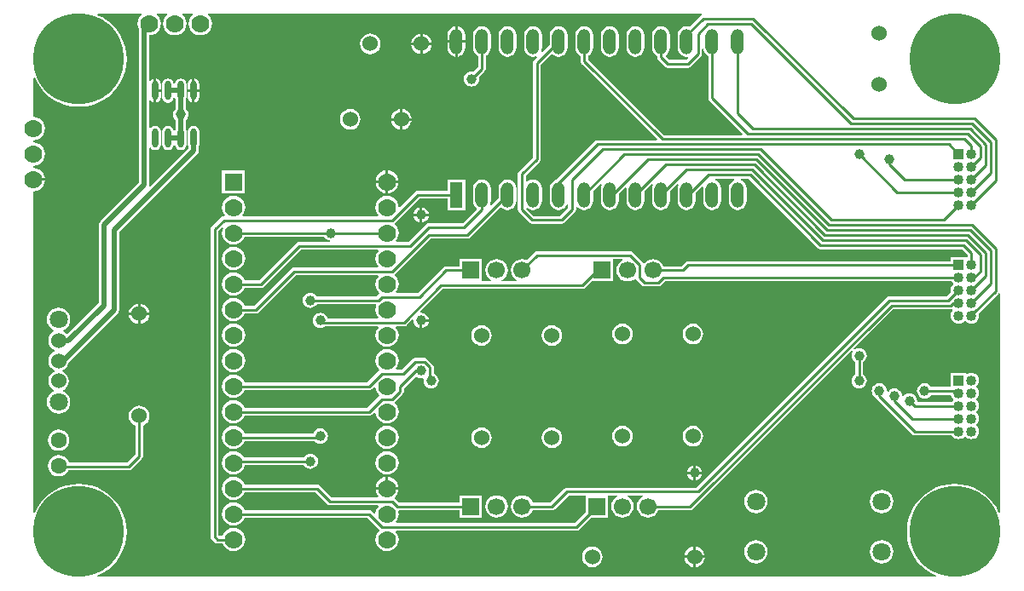
<source format=gtl>
G04 Layer_Physical_Order=1*
G04 Layer_Color=25308*
%FSLAX43Y43*%
%MOMM*%
G71*
G01*
G75*
%ADD10O,0.600X1.900*%
%ADD11C,0.254*%
%ADD12C,0.250*%
%ADD13C,0.500*%
%ADD14C,0.260*%
%ADD15C,1.524*%
%ADD16C,1.700*%
%ADD17R,1.700X1.700*%
%ADD18C,1.800*%
%ADD19R,1.016X1.016*%
%ADD20C,1.016*%
%ADD21R,1.270X2.540*%
%ADD22O,1.270X2.540*%
%ADD23C,1.778*%
%ADD24R,1.778X1.778*%
%ADD25C,9.000*%
%ADD26C,1.600*%
%ADD27C,1.000*%
G36*
X68362Y57884D02*
X68360Y57873D01*
X68237Y57791D01*
X67159Y56713D01*
X67092Y56741D01*
X66860Y56772D01*
X66628Y56741D01*
X66412Y56652D01*
X66226Y56509D01*
X66083Y56323D01*
X65994Y56107D01*
X65963Y55875D01*
Y54605D01*
X65994Y54373D01*
X66083Y54157D01*
X66226Y53971D01*
X66412Y53828D01*
X66628Y53739D01*
X66860Y53708D01*
X66992Y53726D01*
X67052Y53605D01*
X66838Y53392D01*
X65162D01*
X64830Y53724D01*
X64846Y53888D01*
X64954Y53971D01*
X65097Y54157D01*
X65186Y54373D01*
X65217Y54605D01*
Y55875D01*
X65186Y56107D01*
X65097Y56323D01*
X64954Y56509D01*
X64768Y56652D01*
X64552Y56741D01*
X64320Y56772D01*
X64088Y56741D01*
X63872Y56652D01*
X63686Y56509D01*
X63543Y56323D01*
X63454Y56107D01*
X63423Y55875D01*
Y54605D01*
X63454Y54373D01*
X63543Y54157D01*
X63686Y53971D01*
X63872Y53828D01*
X63928Y53805D01*
Y53680D01*
X63928Y53680D01*
X63958Y53530D01*
X64043Y53403D01*
X64723Y52723D01*
X64723Y52723D01*
X64850Y52638D01*
X65000Y52608D01*
X65000Y52608D01*
X67000D01*
X67000Y52608D01*
X67150Y52638D01*
X67277Y52723D01*
X68277Y53723D01*
X68277Y53723D01*
X68362Y53850D01*
X68392Y54000D01*
Y54481D01*
X68519Y54490D01*
X68534Y54373D01*
X68623Y54157D01*
X68766Y53971D01*
X68952Y53828D01*
X69008Y53805D01*
Y49600D01*
X69008Y49600D01*
X69038Y49450D01*
X69123Y49323D01*
X72416Y46030D01*
X72368Y45913D01*
X64641D01*
X57092Y53462D01*
Y53805D01*
X57148Y53828D01*
X57334Y53971D01*
X57477Y54157D01*
X57566Y54373D01*
X57597Y54605D01*
Y55875D01*
X57566Y56107D01*
X57477Y56323D01*
X57334Y56509D01*
X57148Y56652D01*
X56932Y56741D01*
X56700Y56772D01*
X56468Y56741D01*
X56252Y56652D01*
X56066Y56509D01*
X55923Y56323D01*
X55834Y56107D01*
X55803Y55875D01*
Y54605D01*
X55834Y54373D01*
X55923Y54157D01*
X56066Y53971D01*
X56252Y53828D01*
X56308Y53805D01*
Y53300D01*
X56308Y53300D01*
X56338Y53150D01*
X56423Y53023D01*
X63931Y45516D01*
X63882Y45398D01*
X58012D01*
X57864Y45369D01*
X57739Y45285D01*
X53959Y41505D01*
X53928Y41501D01*
X53712Y41412D01*
X53526Y41269D01*
X53383Y41083D01*
X53294Y40867D01*
X53263Y40635D01*
Y39365D01*
X53294Y39133D01*
X53383Y38917D01*
X53526Y38731D01*
X53712Y38588D01*
X53928Y38499D01*
X54160Y38468D01*
X54392Y38499D01*
X54608Y38588D01*
X54794Y38731D01*
X54937Y38917D01*
X54987Y39037D01*
X55114Y39012D01*
Y38663D01*
X54339Y37888D01*
X51661D01*
X50954Y38595D01*
X51038Y38691D01*
X51172Y38588D01*
X51388Y38499D01*
X51620Y38468D01*
X51852Y38499D01*
X52068Y38588D01*
X52254Y38731D01*
X52397Y38917D01*
X52486Y39133D01*
X52517Y39365D01*
Y40635D01*
X52486Y40867D01*
X52397Y41083D01*
X52254Y41269D01*
X52068Y41412D01*
X51852Y41501D01*
X51620Y41532D01*
X51388Y41501D01*
X51172Y41412D01*
X51015Y41292D01*
X50888Y41335D01*
Y41905D01*
X52275Y43292D01*
X52359Y43418D01*
X52388Y43566D01*
Y52919D01*
X53446Y53976D01*
X53526Y53971D01*
X53712Y53828D01*
X53928Y53739D01*
X54160Y53708D01*
X54392Y53739D01*
X54608Y53828D01*
X54794Y53971D01*
X54937Y54157D01*
X55026Y54373D01*
X55057Y54605D01*
Y55875D01*
X55026Y56107D01*
X54937Y56323D01*
X54794Y56509D01*
X54608Y56652D01*
X54392Y56741D01*
X54160Y56772D01*
X53928Y56741D01*
X53712Y56652D01*
X53526Y56509D01*
X53383Y56323D01*
X53294Y56107D01*
X53263Y55875D01*
Y54893D01*
X52539Y54168D01*
X52431Y54240D01*
X52486Y54373D01*
X52517Y54605D01*
Y55875D01*
X52486Y56107D01*
X52397Y56323D01*
X52254Y56509D01*
X52068Y56652D01*
X51852Y56741D01*
X51620Y56772D01*
X51388Y56741D01*
X51172Y56652D01*
X50986Y56509D01*
X50843Y56323D01*
X50754Y56107D01*
X50723Y55875D01*
Y54605D01*
X50754Y54373D01*
X50843Y54157D01*
X50986Y53971D01*
X51172Y53828D01*
X51388Y53739D01*
X51620Y53708D01*
X51852Y53739D01*
X51985Y53794D01*
X52057Y53686D01*
X51725Y53355D01*
X51641Y53229D01*
X51612Y53080D01*
Y43727D01*
X50225Y42341D01*
X50141Y42215D01*
X50112Y42066D01*
Y38500D01*
X50141Y38351D01*
X50225Y38225D01*
X51225Y37225D01*
X51351Y37141D01*
X51500Y37112D01*
X54500D01*
X54649Y37141D01*
X54775Y37225D01*
X55775Y38225D01*
X55859Y38351D01*
X55888Y38500D01*
X55886Y38510D01*
Y38756D01*
X56013Y38799D01*
X56066Y38731D01*
X56252Y38588D01*
X56468Y38499D01*
X56700Y38468D01*
X56932Y38499D01*
X57148Y38588D01*
X57334Y38731D01*
X57477Y38917D01*
X57566Y39133D01*
X57597Y39365D01*
Y40350D01*
X58323Y41077D01*
X58431Y41005D01*
X58374Y40867D01*
X58343Y40635D01*
Y39365D01*
X58374Y39133D01*
X58463Y38917D01*
X58606Y38731D01*
X58792Y38588D01*
X59008Y38499D01*
X59240Y38468D01*
X59472Y38499D01*
X59688Y38588D01*
X59874Y38731D01*
X60017Y38917D01*
X60106Y39133D01*
X60137Y39365D01*
Y40090D01*
X60766Y40720D01*
X60887Y40661D01*
X60883Y40635D01*
Y39365D01*
X60914Y39133D01*
X61003Y38917D01*
X61146Y38731D01*
X61332Y38588D01*
X61548Y38499D01*
X61780Y38468D01*
X62012Y38499D01*
X62228Y38588D01*
X62414Y38731D01*
X62557Y38917D01*
X62646Y39133D01*
X62677Y39365D01*
Y40347D01*
X63401Y41072D01*
X63509Y41000D01*
X63454Y40867D01*
X63423Y40635D01*
Y39365D01*
X63454Y39133D01*
X63543Y38917D01*
X63686Y38731D01*
X63872Y38588D01*
X64088Y38499D01*
X64320Y38468D01*
X64552Y38499D01*
X64768Y38588D01*
X64954Y38731D01*
X65097Y38917D01*
X65186Y39133D01*
X65217Y39365D01*
Y40347D01*
X65941Y41072D01*
X66049Y41000D01*
X65994Y40867D01*
X65963Y40635D01*
Y39365D01*
X65994Y39133D01*
X66083Y38917D01*
X66226Y38731D01*
X66412Y38588D01*
X66628Y38499D01*
X66860Y38468D01*
X67092Y38499D01*
X67308Y38588D01*
X67494Y38731D01*
X67637Y38917D01*
X67726Y39133D01*
X67757Y39365D01*
Y40186D01*
X68401Y40830D01*
X68521Y40771D01*
X68503Y40635D01*
Y39365D01*
X68534Y39133D01*
X68623Y38917D01*
X68766Y38731D01*
X68952Y38588D01*
X69168Y38499D01*
X69400Y38468D01*
X69632Y38499D01*
X69848Y38588D01*
X70034Y38731D01*
X70177Y38917D01*
X70266Y39133D01*
X70297Y39365D01*
Y40635D01*
X70266Y40867D01*
X70177Y41083D01*
X70034Y41269D01*
X69848Y41412D01*
X69715Y41467D01*
X69741Y41594D01*
X71599D01*
X71625Y41467D01*
X71492Y41412D01*
X71306Y41269D01*
X71163Y41083D01*
X71074Y40867D01*
X71043Y40635D01*
Y39365D01*
X71074Y39133D01*
X71163Y38917D01*
X71306Y38731D01*
X71492Y38588D01*
X71708Y38499D01*
X71940Y38468D01*
X72172Y38499D01*
X72388Y38588D01*
X72574Y38731D01*
X72717Y38917D01*
X72806Y39133D01*
X72837Y39365D01*
Y40635D01*
X72806Y40867D01*
X72717Y41083D01*
X72574Y41269D01*
X72388Y41412D01*
X72255Y41467D01*
X72281Y41594D01*
X72998D01*
X79888Y34703D01*
X79888Y34703D01*
X79972Y34647D01*
X80014Y34619D01*
X80162Y34590D01*
X80162Y34590D01*
X94214D01*
X94749Y34055D01*
Y33815D01*
X94627Y33802D01*
X94627Y33802D01*
X94627Y33802D01*
X93103D01*
Y33386D01*
X67000D01*
X66852Y33357D01*
X66727Y33273D01*
X66340Y32886D01*
X64575D01*
X64504Y33057D01*
X64327Y33287D01*
X64097Y33464D01*
X63828Y33576D01*
X63540Y33614D01*
X63252Y33576D01*
X62983Y33464D01*
X62753Y33287D01*
X62695Y33212D01*
X62542Y33222D01*
X62502Y33282D01*
X61511Y34273D01*
X61386Y34357D01*
X61238Y34386D01*
X52040D01*
X51892Y34357D01*
X51767Y34273D01*
X50999Y33505D01*
X50828Y33576D01*
X50540Y33614D01*
X50252Y33576D01*
X49983Y33464D01*
X49753Y33287D01*
X49576Y33057D01*
X49464Y32788D01*
X49426Y32500D01*
X49464Y32212D01*
X49576Y31943D01*
X49753Y31713D01*
X49983Y31536D01*
X50037Y31513D01*
X50012Y31386D01*
X48528D01*
X48503Y31513D01*
X48557Y31536D01*
X48787Y31713D01*
X48964Y31943D01*
X49076Y32212D01*
X49114Y32500D01*
X49076Y32788D01*
X48964Y33057D01*
X48787Y33287D01*
X48557Y33464D01*
X48288Y33576D01*
X48000Y33614D01*
X47712Y33576D01*
X47443Y33464D01*
X47213Y33287D01*
X47036Y33057D01*
X46924Y32788D01*
X46886Y32500D01*
X46924Y32212D01*
X47036Y31943D01*
X47213Y31713D01*
X47443Y31536D01*
X47497Y31513D01*
X47472Y31386D01*
X46687D01*
X46564Y31396D01*
Y33604D01*
X44356D01*
Y32886D01*
X43010D01*
X43000Y32888D01*
X42851Y32859D01*
X42725Y32775D01*
X40189Y30238D01*
X38044D01*
X37982Y30365D01*
X38118Y30544D01*
X38234Y30822D01*
X38273Y31120D01*
X38234Y31418D01*
X38118Y31696D01*
X37935Y31935D01*
X37889Y31970D01*
X37894Y32097D01*
X37921Y32115D01*
X41417Y35612D01*
X45080D01*
X45229Y35641D01*
X45355Y35725D01*
X45361Y35734D01*
X48363Y38736D01*
X48446Y38731D01*
X48632Y38588D01*
X48848Y38499D01*
X49080Y38468D01*
X49312Y38499D01*
X49528Y38588D01*
X49714Y38731D01*
X49857Y38917D01*
X49946Y39133D01*
X49977Y39365D01*
Y40635D01*
X49946Y40867D01*
X49857Y41083D01*
X49714Y41269D01*
X49528Y41412D01*
X49312Y41501D01*
X49080Y41532D01*
X48848Y41501D01*
X48632Y41412D01*
X48446Y41269D01*
X48303Y41083D01*
X48214Y40867D01*
X48183Y40635D01*
Y39650D01*
X47457Y38923D01*
X47349Y38995D01*
X47406Y39133D01*
X47437Y39365D01*
Y40635D01*
X47406Y40867D01*
X47317Y41083D01*
X47174Y41269D01*
X46988Y41412D01*
X46772Y41501D01*
X46540Y41532D01*
X46308Y41501D01*
X46092Y41412D01*
X45906Y41269D01*
X45763Y41083D01*
X45674Y40867D01*
X45643Y40635D01*
Y39365D01*
X45674Y39133D01*
X45763Y38917D01*
X45906Y38731D01*
X45987Y38669D01*
X45995Y38542D01*
X44626Y37172D01*
X41284D01*
X41135Y37143D01*
X41009Y37059D01*
X39269Y35318D01*
X38044D01*
X37982Y35445D01*
X38118Y35624D01*
X38234Y35902D01*
X38273Y36200D01*
X38234Y36498D01*
X38118Y36776D01*
X37935Y37015D01*
X37889Y37050D01*
X37894Y37177D01*
X37921Y37195D01*
X40337Y39612D01*
X43111D01*
Y38476D01*
X44889D01*
Y41524D01*
X43111D01*
Y40388D01*
X40176D01*
X40052Y40364D01*
X40027Y40359D01*
X39901Y40275D01*
X38397Y38770D01*
X38263Y38816D01*
X38234Y39038D01*
X38118Y39316D01*
X37935Y39555D01*
X37696Y39738D01*
X37418Y39854D01*
X37120Y39893D01*
X36822Y39854D01*
X36544Y39738D01*
X36305Y39555D01*
X36122Y39316D01*
X36006Y39038D01*
X35967Y38740D01*
X36006Y38442D01*
X36122Y38164D01*
X36258Y37985D01*
X36196Y37858D01*
X22804D01*
X22742Y37985D01*
X22878Y38164D01*
X22994Y38442D01*
X23033Y38740D01*
X22994Y39038D01*
X22878Y39316D01*
X22695Y39555D01*
X22456Y39738D01*
X22178Y39854D01*
X21880Y39893D01*
X21582Y39854D01*
X21304Y39738D01*
X21065Y39555D01*
X20882Y39316D01*
X20766Y39038D01*
X20727Y38740D01*
X20766Y38442D01*
X20882Y38164D01*
X21018Y37985D01*
X20956Y37858D01*
X20921D01*
X20772Y37829D01*
X20646Y37745D01*
X19725Y36824D01*
X19641Y36698D01*
X19612Y36549D01*
Y6000D01*
X19641Y5851D01*
X19725Y5725D01*
X20005Y5445D01*
X20131Y5361D01*
X20280Y5332D01*
X20804D01*
X20882Y5144D01*
X21065Y4905D01*
X21304Y4722D01*
X21582Y4606D01*
X21880Y4567D01*
X22178Y4606D01*
X22456Y4722D01*
X22695Y4905D01*
X22878Y5144D01*
X22994Y5422D01*
X23033Y5720D01*
X22994Y6018D01*
X22878Y6296D01*
X22695Y6535D01*
X22456Y6718D01*
X22178Y6834D01*
X21880Y6873D01*
X21582Y6834D01*
X21304Y6718D01*
X21065Y6535D01*
X20882Y6296D01*
X20804Y6108D01*
X20441D01*
X20388Y6161D01*
Y36388D01*
X20721Y36721D01*
X20829Y36649D01*
X20766Y36498D01*
X20727Y36200D01*
X20766Y35902D01*
X20882Y35624D01*
X21065Y35385D01*
X21304Y35202D01*
X21582Y35086D01*
X21880Y35047D01*
X22178Y35086D01*
X22456Y35202D01*
X22695Y35385D01*
X22878Y35624D01*
X22956Y35812D01*
X30848D01*
X30962Y35662D01*
X31120Y35541D01*
X31303Y35465D01*
X31455Y35445D01*
X31446Y35318D01*
X28430D01*
X28281Y35289D01*
X28155Y35205D01*
X24459Y31508D01*
X22956D01*
X22878Y31696D01*
X22695Y31935D01*
X22456Y32118D01*
X22178Y32234D01*
X21880Y32273D01*
X21582Y32234D01*
X21304Y32118D01*
X21065Y31935D01*
X20882Y31696D01*
X20766Y31418D01*
X20727Y31120D01*
X20766Y30822D01*
X20882Y30544D01*
X21065Y30305D01*
X21304Y30122D01*
X21582Y30006D01*
X21880Y29967D01*
X22178Y30006D01*
X22456Y30122D01*
X22695Y30305D01*
X22878Y30544D01*
X22956Y30732D01*
X24620D01*
X24769Y30761D01*
X24895Y30845D01*
X28591Y34542D01*
X36196D01*
X36258Y34415D01*
X36122Y34236D01*
X36006Y33958D01*
X35967Y33660D01*
X36006Y33362D01*
X36122Y33084D01*
X36258Y32905D01*
X36196Y32778D01*
X27890D01*
X27741Y32749D01*
X27615Y32665D01*
X23919Y28968D01*
X22956D01*
X22878Y29156D01*
X22695Y29395D01*
X22456Y29578D01*
X22178Y29694D01*
X21880Y29733D01*
X21582Y29694D01*
X21304Y29578D01*
X21065Y29395D01*
X20882Y29156D01*
X20766Y28878D01*
X20727Y28580D01*
X20766Y28282D01*
X20882Y28004D01*
X21065Y27765D01*
X21304Y27582D01*
X21582Y27466D01*
X21880Y27427D01*
X22178Y27466D01*
X22456Y27582D01*
X22695Y27765D01*
X22878Y28004D01*
X22956Y28192D01*
X24080D01*
X24229Y28221D01*
X24355Y28305D01*
X28051Y32002D01*
X36196D01*
X36258Y31875D01*
X36122Y31696D01*
X36006Y31418D01*
X35967Y31120D01*
X36006Y30822D01*
X36122Y30544D01*
X36305Y30305D01*
X36351Y30270D01*
X36346Y30143D01*
X36319Y30125D01*
X36083Y29888D01*
X30152D01*
X30038Y30038D01*
X29880Y30159D01*
X29697Y30235D01*
X29500Y30261D01*
X29303Y30235D01*
X29120Y30159D01*
X28962Y30038D01*
X28841Y29880D01*
X28765Y29697D01*
X28739Y29500D01*
X28765Y29303D01*
X28841Y29120D01*
X28962Y28962D01*
X29120Y28841D01*
X29303Y28765D01*
X29500Y28739D01*
X29697Y28765D01*
X29880Y28841D01*
X30038Y28962D01*
X30152Y29112D01*
X35989D01*
X36059Y29006D01*
X36006Y28878D01*
X35967Y28580D01*
X36006Y28282D01*
X36122Y28004D01*
X36258Y27825D01*
X36196Y27698D01*
X31234D01*
X31159Y27880D01*
X31038Y28038D01*
X30880Y28159D01*
X30697Y28235D01*
X30500Y28261D01*
X30303Y28235D01*
X30120Y28159D01*
X29962Y28038D01*
X29841Y27880D01*
X29765Y27697D01*
X29740Y27500D01*
X29765Y27303D01*
X29841Y27120D01*
X29962Y26962D01*
X30120Y26841D01*
X30303Y26765D01*
X30500Y26739D01*
X30697Y26765D01*
X30880Y26841D01*
X30985Y26922D01*
X36196D01*
X36258Y26795D01*
X36122Y26616D01*
X36006Y26338D01*
X35967Y26040D01*
X36006Y25742D01*
X36122Y25464D01*
X36305Y25225D01*
X36544Y25042D01*
X36822Y24926D01*
X37120Y24887D01*
X37418Y24926D01*
X37696Y25042D01*
X37935Y25225D01*
X38118Y25464D01*
X38234Y25742D01*
X38273Y26040D01*
X38234Y26338D01*
X38118Y26616D01*
X37982Y26795D01*
X38044Y26922D01*
X38810D01*
X38959Y26951D01*
X39085Y27035D01*
X39621Y27571D01*
X39741Y27512D01*
X39739Y27500D01*
X39765Y27303D01*
X39841Y27120D01*
X39962Y26962D01*
X40120Y26841D01*
X40303Y26765D01*
X40373Y26756D01*
Y27500D01*
X40500D01*
Y27627D01*
X41244D01*
X41235Y27697D01*
X41159Y27880D01*
X41038Y28038D01*
X40880Y28159D01*
X40697Y28235D01*
X40500Y28261D01*
X40488Y28259D01*
X40429Y28379D01*
X42663Y30614D01*
X56500D01*
X56648Y30643D01*
X56773Y30727D01*
X57442Y31396D01*
X59564D01*
Y33487D01*
X59564Y33604D01*
X59687Y33614D01*
X60472D01*
X60497Y33487D01*
X60443Y33464D01*
X60213Y33287D01*
X60036Y33057D01*
X59924Y32788D01*
X59886Y32500D01*
X59924Y32212D01*
X60036Y31943D01*
X60213Y31713D01*
X60443Y31536D01*
X60712Y31424D01*
X61000Y31386D01*
X61288Y31424D01*
X61557Y31536D01*
X61733Y31671D01*
X61872Y31624D01*
X61872Y31623D01*
X61956Y31498D01*
X62456Y30998D01*
X62456Y30998D01*
X62540Y30942D01*
X62581Y30914D01*
X62729Y30885D01*
X62729Y30885D01*
X64049D01*
X64197Y30914D01*
X64322Y30998D01*
X64709Y31385D01*
X93200D01*
X93322Y31227D01*
X93358Y31198D01*
Y31072D01*
X93322Y31043D01*
X93199Y30884D01*
X93123Y30699D01*
X93096Y30500D01*
X93122Y30304D01*
X92705Y29886D01*
X87000D01*
X86852Y29857D01*
X86727Y29773D01*
X67840Y10886D01*
X55000D01*
X54852Y10857D01*
X54727Y10773D01*
X53340Y9386D01*
X51575D01*
X51504Y9557D01*
X51327Y9787D01*
X51097Y9964D01*
X50828Y10076D01*
X50540Y10114D01*
X50252Y10076D01*
X49983Y9964D01*
X49753Y9787D01*
X49576Y9557D01*
X49464Y9288D01*
X49426Y9000D01*
X49464Y8712D01*
X49576Y8443D01*
X49753Y8213D01*
X49983Y8036D01*
X50252Y7924D01*
X50540Y7886D01*
X50828Y7924D01*
X51097Y8036D01*
X51327Y8213D01*
X51504Y8443D01*
X51575Y8614D01*
X53500D01*
X53648Y8643D01*
X53773Y8727D01*
X55160Y10114D01*
X56733D01*
X56856Y10104D01*
X56856Y9987D01*
Y8442D01*
X55792Y7378D01*
X38044D01*
X37982Y7505D01*
X38118Y7684D01*
X38234Y7962D01*
X38273Y8260D01*
X38243Y8485D01*
X38338Y8612D01*
X44356D01*
Y7896D01*
X46564D01*
Y10104D01*
X44356D01*
Y9388D01*
X38337D01*
X37921Y9805D01*
X37894Y9823D01*
X37889Y9950D01*
X37935Y9985D01*
X38118Y10224D01*
X38234Y10502D01*
X38256Y10673D01*
X35984D01*
X36006Y10502D01*
X36122Y10224D01*
X36258Y10045D01*
X36196Y9918D01*
X31631D01*
X30475Y11075D01*
X30349Y11159D01*
X30200Y11188D01*
X22956D01*
X22878Y11376D01*
X22695Y11615D01*
X22456Y11798D01*
X22178Y11914D01*
X21880Y11953D01*
X21582Y11914D01*
X21304Y11798D01*
X21065Y11615D01*
X20882Y11376D01*
X20766Y11098D01*
X20727Y10800D01*
X20766Y10502D01*
X20882Y10224D01*
X21065Y9985D01*
X21304Y9802D01*
X21582Y9686D01*
X21880Y9647D01*
X22178Y9686D01*
X22456Y9802D01*
X22695Y9985D01*
X22878Y10224D01*
X22956Y10412D01*
X30039D01*
X31195Y9255D01*
X31321Y9171D01*
X31470Y9142D01*
X36196D01*
X36258Y9015D01*
X36122Y8836D01*
X36006Y8558D01*
X35977Y8336D01*
X35843Y8290D01*
X35599Y8535D01*
X35473Y8619D01*
X35324Y8648D01*
X22956D01*
X22878Y8836D01*
X22695Y9075D01*
X22456Y9258D01*
X22178Y9374D01*
X21880Y9413D01*
X21582Y9374D01*
X21304Y9258D01*
X21065Y9075D01*
X20882Y8836D01*
X20766Y8558D01*
X20727Y8260D01*
X20766Y7962D01*
X20882Y7684D01*
X21065Y7445D01*
X21304Y7262D01*
X21582Y7146D01*
X21880Y7107D01*
X22178Y7146D01*
X22456Y7262D01*
X22695Y7445D01*
X22878Y7684D01*
X22956Y7872D01*
X35163D01*
X36319Y6715D01*
X36346Y6697D01*
X36351Y6570D01*
X36305Y6535D01*
X36122Y6296D01*
X36006Y6018D01*
X35967Y5720D01*
X36006Y5422D01*
X36122Y5144D01*
X36305Y4905D01*
X36544Y4722D01*
X36822Y4606D01*
X37120Y4567D01*
X37418Y4606D01*
X37696Y4722D01*
X37935Y4905D01*
X38118Y5144D01*
X38234Y5422D01*
X38273Y5720D01*
X38234Y6018D01*
X38118Y6296D01*
X37982Y6475D01*
X38044Y6602D01*
X55950D01*
X56099Y6631D01*
X56225Y6715D01*
X56230Y6724D01*
X57402Y7896D01*
X59064D01*
Y9987D01*
X59064Y10104D01*
X59187Y10114D01*
X59972D01*
X59997Y9987D01*
X59943Y9964D01*
X59713Y9787D01*
X59536Y9557D01*
X59424Y9288D01*
X59386Y9000D01*
X59424Y8712D01*
X59536Y8443D01*
X59713Y8213D01*
X59943Y8036D01*
X60212Y7924D01*
X60500Y7886D01*
X60788Y7924D01*
X61057Y8036D01*
X61287Y8213D01*
X61464Y8443D01*
X61576Y8712D01*
X61614Y9000D01*
X61576Y9288D01*
X61464Y9557D01*
X61287Y9787D01*
X61057Y9964D01*
X61003Y9987D01*
X61028Y10114D01*
X62512D01*
X62537Y9987D01*
X62483Y9964D01*
X62253Y9787D01*
X62076Y9557D01*
X61964Y9288D01*
X61926Y9000D01*
X61964Y8712D01*
X62076Y8443D01*
X62253Y8213D01*
X62483Y8036D01*
X62752Y7924D01*
X63040Y7886D01*
X63328Y7924D01*
X63597Y8036D01*
X63827Y8213D01*
X64004Y8443D01*
X64074Y8612D01*
X67216D01*
X67364Y8641D01*
X67490Y8725D01*
X83300Y24535D01*
X83396Y24451D01*
X83341Y24380D01*
X83265Y24197D01*
X83239Y24000D01*
X83265Y23803D01*
X83341Y23620D01*
X83462Y23462D01*
X83612Y23348D01*
Y22152D01*
X83462Y22038D01*
X83341Y21880D01*
X83265Y21697D01*
X83239Y21500D01*
X83265Y21303D01*
X83341Y21120D01*
X83462Y20962D01*
X83620Y20841D01*
X83803Y20765D01*
X84000Y20739D01*
X84197Y20765D01*
X84380Y20841D01*
X84538Y20962D01*
X84659Y21120D01*
X84735Y21303D01*
X84761Y21500D01*
X84735Y21697D01*
X84659Y21880D01*
X84538Y22038D01*
X84388Y22152D01*
Y23348D01*
X84538Y23462D01*
X84659Y23620D01*
X84735Y23803D01*
X84761Y24000D01*
X84735Y24197D01*
X84659Y24380D01*
X84538Y24538D01*
X84380Y24659D01*
X84197Y24735D01*
X84000Y24761D01*
X83803Y24735D01*
X83620Y24659D01*
X83549Y24604D01*
X83465Y24700D01*
X87370Y28606D01*
X93075D01*
X93223Y28635D01*
X93231Y28640D01*
X93267Y28621D01*
X93281Y28590D01*
X93291Y28464D01*
X93199Y28344D01*
X93123Y28159D01*
X93096Y27960D01*
X93123Y27761D01*
X93199Y27576D01*
X93322Y27417D01*
X93481Y27294D01*
X93666Y27218D01*
X93865Y27191D01*
X94064Y27218D01*
X94249Y27294D01*
X94408Y27417D01*
X94437Y27453D01*
X94563D01*
X94592Y27417D01*
X94751Y27294D01*
X94936Y27218D01*
X95135Y27191D01*
X95334Y27218D01*
X95519Y27294D01*
X95678Y27417D01*
X95801Y27576D01*
X95877Y27761D01*
X95904Y27960D01*
X95877Y28159D01*
X95874Y28168D01*
X97815Y30109D01*
X97815Y30109D01*
X97873Y30196D01*
X98000Y30157D01*
Y8411D01*
X97873Y8381D01*
X97626Y8882D01*
X97280Y9400D01*
X96869Y9869D01*
X96400Y10280D01*
X95882Y10626D01*
X95323Y10902D01*
X94733Y11102D01*
X94122Y11223D01*
X93500Y11264D01*
X92878Y11223D01*
X92267Y11102D01*
X91677Y10902D01*
X91118Y10626D01*
X90600Y10280D01*
X90131Y9869D01*
X89720Y9400D01*
X89374Y8882D01*
X89098Y8323D01*
X88898Y7733D01*
X88777Y7122D01*
X88736Y6500D01*
X88777Y5878D01*
X88898Y5267D01*
X89098Y4677D01*
X89374Y4118D01*
X89720Y3600D01*
X90131Y3131D01*
X90600Y2720D01*
X91118Y2374D01*
X91619Y2127D01*
X91589Y2000D01*
X8411D01*
X8381Y2127D01*
X8882Y2374D01*
X9400Y2720D01*
X9869Y3131D01*
X10280Y3600D01*
X10626Y4118D01*
X10902Y4677D01*
X11102Y5267D01*
X11223Y5878D01*
X11264Y6500D01*
X11223Y7122D01*
X11102Y7733D01*
X10902Y8323D01*
X10626Y8882D01*
X10280Y9400D01*
X9869Y9869D01*
X9400Y10280D01*
X8882Y10626D01*
X8323Y10902D01*
X7733Y11102D01*
X7122Y11223D01*
X6500Y11264D01*
X5878Y11223D01*
X5267Y11102D01*
X4677Y10902D01*
X4118Y10626D01*
X3600Y10280D01*
X3131Y9869D01*
X2720Y9400D01*
X2374Y8882D01*
X2127Y8381D01*
X2000Y8411D01*
Y40347D01*
X2298Y40386D01*
X2576Y40502D01*
X2815Y40685D01*
X2998Y40924D01*
X3114Y41202D01*
X3136Y41373D01*
X2000D01*
Y41627D01*
X3136D01*
X3114Y41798D01*
X2998Y42076D01*
X2815Y42315D01*
X2576Y42498D01*
X2298Y42614D01*
X2000Y42653D01*
Y42887D01*
X2298Y42926D01*
X2576Y43042D01*
X2815Y43225D01*
X2998Y43464D01*
X3114Y43742D01*
X3153Y44040D01*
X3114Y44338D01*
X2998Y44616D01*
X2815Y44855D01*
X2576Y45038D01*
X2298Y45154D01*
X2000Y45193D01*
Y45427D01*
X2298Y45466D01*
X2576Y45582D01*
X2815Y45765D01*
X2998Y46004D01*
X3114Y46282D01*
X3153Y46580D01*
X3114Y46878D01*
X2998Y47156D01*
X2815Y47395D01*
X2576Y47578D01*
X2298Y47694D01*
X2000Y47733D01*
Y51589D01*
X2127Y51619D01*
X2374Y51118D01*
X2720Y50600D01*
X3131Y50131D01*
X3600Y49720D01*
X4118Y49374D01*
X4677Y49098D01*
X5267Y48898D01*
X5878Y48777D01*
X6500Y48736D01*
X7122Y48777D01*
X7733Y48898D01*
X8323Y49098D01*
X8882Y49374D01*
X9400Y49720D01*
X9869Y50131D01*
X10280Y50600D01*
X10626Y51118D01*
X10902Y51677D01*
X11102Y52267D01*
X11223Y52878D01*
X11264Y53500D01*
X11223Y54122D01*
X11102Y54733D01*
X10902Y55323D01*
X10626Y55882D01*
X10280Y56400D01*
X9869Y56869D01*
X9400Y57280D01*
X8882Y57626D01*
X8381Y57873D01*
X8411Y58000D01*
X12717D01*
X12760Y57873D01*
X12685Y57815D01*
X12502Y57576D01*
X12386Y57298D01*
X12347Y57000D01*
X12386Y56702D01*
X12486Y56461D01*
Y41213D01*
X8637Y37363D01*
X8525Y37197D01*
X8486Y37000D01*
Y29213D01*
X5409Y26135D01*
X5282Y26144D01*
X5225Y26219D01*
X5012Y26381D01*
X4956Y26405D01*
Y26542D01*
X5082Y26594D01*
X5323Y26779D01*
X5508Y27020D01*
X5624Y27301D01*
X5664Y27602D01*
X5624Y27903D01*
X5508Y28184D01*
X5323Y28425D01*
X5082Y28610D01*
X4801Y28726D01*
X4500Y28766D01*
X4199Y28726D01*
X3918Y28610D01*
X3677Y28425D01*
X3492Y28184D01*
X3376Y27903D01*
X3336Y27602D01*
X3376Y27301D01*
X3492Y27020D01*
X3677Y26779D01*
X3918Y26594D01*
X4044Y26542D01*
Y26405D01*
X3988Y26381D01*
X3775Y26219D01*
X3613Y26006D01*
X3510Y25759D01*
X3475Y25494D01*
X3510Y25229D01*
X3613Y24982D01*
X3775Y24769D01*
X3988Y24606D01*
X4101Y24559D01*
Y24422D01*
X3988Y24375D01*
X3775Y24212D01*
X3613Y24000D01*
X3510Y23753D01*
X3475Y23487D01*
X3510Y23222D01*
X3613Y22975D01*
X3775Y22763D01*
X3988Y22600D01*
X4101Y22553D01*
Y22415D01*
X3988Y22368D01*
X3775Y22205D01*
X3613Y21993D01*
X3510Y21746D01*
X3475Y21481D01*
X3510Y21215D01*
X3613Y20968D01*
X3775Y20756D01*
X3988Y20593D01*
X4026Y20577D01*
Y20450D01*
X3918Y20406D01*
X3677Y20221D01*
X3492Y19980D01*
X3376Y19699D01*
X3336Y19398D01*
X3376Y19097D01*
X3492Y18816D01*
X3677Y18575D01*
X3918Y18390D01*
X4199Y18274D01*
X4500Y18234D01*
X4801Y18274D01*
X5082Y18390D01*
X5323Y18575D01*
X5508Y18816D01*
X5624Y19097D01*
X5664Y19398D01*
X5624Y19699D01*
X5508Y19980D01*
X5323Y20221D01*
X5082Y20406D01*
X4974Y20450D01*
Y20577D01*
X5012Y20593D01*
X5225Y20756D01*
X5387Y20968D01*
X5490Y21215D01*
X5525Y21481D01*
X5490Y21746D01*
X5387Y21993D01*
X5225Y22205D01*
X5012Y22368D01*
X4899Y22415D01*
Y22553D01*
X5012Y22600D01*
X5225Y22763D01*
X5387Y22975D01*
X5490Y23222D01*
X5496Y23269D01*
X10363Y28137D01*
X10475Y28303D01*
X10514Y28500D01*
Y36287D01*
X18268Y44042D01*
X18380Y44208D01*
X18419Y44405D01*
Y44772D01*
X18427Y44784D01*
X18470Y45000D01*
Y46300D01*
X18427Y46516D01*
X18304Y46699D01*
X18121Y46822D01*
X17905Y46865D01*
X17689Y46822D01*
X17506Y46699D01*
X17383Y46516D01*
X17340Y46300D01*
Y45000D01*
X17383Y44784D01*
X17391Y44772D01*
Y44618D01*
X13611Y40838D01*
X13494Y40900D01*
X13514Y41000D01*
Y44644D01*
X13641Y44682D01*
X13696Y44601D01*
X13879Y44478D01*
X14095Y44435D01*
X14311Y44478D01*
X14494Y44601D01*
X14617Y44784D01*
X14660Y45000D01*
Y46300D01*
X14617Y46516D01*
X14494Y46699D01*
X14311Y46822D01*
X14095Y46865D01*
X13879Y46822D01*
X13696Y46699D01*
X13641Y46618D01*
X13514Y46656D01*
Y49344D01*
X13641Y49382D01*
X13696Y49301D01*
X13879Y49178D01*
X13968Y49160D01*
Y50350D01*
Y51540D01*
X13879Y51522D01*
X13696Y51399D01*
X13641Y51318D01*
X13514Y51356D01*
Y55849D01*
X13798Y55886D01*
X14076Y56002D01*
X14315Y56185D01*
X14498Y56424D01*
X14614Y56702D01*
X14653Y57000D01*
X14614Y57298D01*
X14498Y57576D01*
X14315Y57815D01*
X14240Y57873D01*
X14283Y58000D01*
X15257D01*
X15300Y57873D01*
X15225Y57815D01*
X15042Y57576D01*
X14926Y57298D01*
X14887Y57000D01*
X14926Y56702D01*
X15042Y56424D01*
X15225Y56185D01*
X15464Y56002D01*
X15742Y55886D01*
X16040Y55847D01*
X16338Y55886D01*
X16616Y56002D01*
X16855Y56185D01*
X17038Y56424D01*
X17154Y56702D01*
X17193Y57000D01*
X17154Y57298D01*
X17038Y57576D01*
X16855Y57815D01*
X16780Y57873D01*
X16823Y58000D01*
X17797D01*
X17840Y57873D01*
X17765Y57815D01*
X17582Y57576D01*
X17466Y57298D01*
X17427Y57000D01*
X17466Y56702D01*
X17582Y56424D01*
X17765Y56185D01*
X18004Y56002D01*
X18282Y55886D01*
X18580Y55847D01*
X18878Y55886D01*
X19156Y56002D01*
X19395Y56185D01*
X19578Y56424D01*
X19694Y56702D01*
X19733Y57000D01*
X19694Y57298D01*
X19578Y57576D01*
X19395Y57815D01*
X19320Y57873D01*
X19363Y58000D01*
X68339D01*
X68362Y57884D01*
D02*
G37*
%LPC*%
G36*
X21880Y17033D02*
X21582Y16994D01*
X21304Y16878D01*
X21065Y16695D01*
X20882Y16456D01*
X20766Y16178D01*
X20727Y15880D01*
X20766Y15582D01*
X20882Y15304D01*
X21065Y15065D01*
X21304Y14882D01*
X21582Y14766D01*
X21880Y14727D01*
X22178Y14766D01*
X22456Y14882D01*
X22695Y15065D01*
X22878Y15304D01*
X22956Y15492D01*
X29940D01*
X29962Y15462D01*
X30120Y15341D01*
X30303Y15265D01*
X30500Y15240D01*
X30697Y15265D01*
X30880Y15341D01*
X31038Y15462D01*
X31159Y15620D01*
X31235Y15803D01*
X31261Y16000D01*
X31235Y16197D01*
X31159Y16380D01*
X31038Y16538D01*
X30880Y16659D01*
X30697Y16735D01*
X30500Y16761D01*
X30303Y16735D01*
X30120Y16659D01*
X29962Y16538D01*
X29841Y16380D01*
X29795Y16268D01*
X22956D01*
X22878Y16456D01*
X22695Y16695D01*
X22456Y16878D01*
X22178Y16994D01*
X21880Y17033D01*
D02*
G37*
G36*
X67500Y17025D02*
X67235Y16990D01*
X66988Y16887D01*
X66775Y16725D01*
X66613Y16512D01*
X66510Y16265D01*
X66475Y16000D01*
X66510Y15735D01*
X66613Y15488D01*
X66775Y15275D01*
X66988Y15113D01*
X67235Y15010D01*
X67500Y14975D01*
X67765Y15010D01*
X68012Y15113D01*
X68225Y15275D01*
X68387Y15488D01*
X68490Y15735D01*
X68525Y16000D01*
X68490Y16265D01*
X68387Y16512D01*
X68225Y16725D01*
X68012Y16887D01*
X67765Y16990D01*
X67500Y17025D01*
D02*
G37*
G36*
X95135Y22309D02*
X94936Y22282D01*
X94751Y22206D01*
X94741Y22198D01*
X94627Y22254D01*
Y22302D01*
X93103D01*
Y20888D01*
X91152D01*
X91038Y21038D01*
X90880Y21159D01*
X90697Y21235D01*
X90500Y21261D01*
X90303Y21235D01*
X90120Y21159D01*
X89962Y21038D01*
X89841Y20880D01*
X89765Y20697D01*
X89739Y20500D01*
X89765Y20303D01*
X89841Y20120D01*
X89962Y19962D01*
X90120Y19841D01*
X90303Y19765D01*
X90500Y19739D01*
X90697Y19765D01*
X90880Y19841D01*
X91038Y19962D01*
X91152Y20112D01*
X93117D01*
X93123Y20071D01*
X93199Y19886D01*
X93322Y19727D01*
X93358Y19698D01*
Y19572D01*
X93322Y19543D01*
X93203Y19388D01*
X89842D01*
X89758Y19484D01*
X89761Y19500D01*
X89735Y19697D01*
X89659Y19880D01*
X89538Y20038D01*
X89380Y20159D01*
X89197Y20235D01*
X89000Y20261D01*
X88803Y20235D01*
X88620Y20159D01*
X88462Y20038D01*
X88379Y19930D01*
X88258Y19980D01*
X88261Y20000D01*
X88235Y20197D01*
X88159Y20380D01*
X88038Y20538D01*
X87880Y20659D01*
X87697Y20735D01*
X87500Y20761D01*
X87303Y20735D01*
X87120Y20659D01*
X86962Y20538D01*
X86879Y20430D01*
X86758Y20480D01*
X86761Y20500D01*
X86735Y20697D01*
X86659Y20880D01*
X86538Y21038D01*
X86380Y21159D01*
X86197Y21235D01*
X86000Y21261D01*
X85803Y21235D01*
X85620Y21159D01*
X85462Y21038D01*
X85341Y20880D01*
X85265Y20697D01*
X85239Y20500D01*
X85265Y20303D01*
X85341Y20120D01*
X85462Y19962D01*
X85620Y19841D01*
X85658Y19825D01*
X85725Y19725D01*
X87225Y18225D01*
X87225Y18225D01*
X89265Y16185D01*
X89341Y16135D01*
X89391Y16101D01*
X89540Y16072D01*
X93203D01*
X93322Y15917D01*
X93481Y15794D01*
X93666Y15718D01*
X93865Y15691D01*
X94064Y15718D01*
X94249Y15794D01*
X94408Y15917D01*
X94437Y15953D01*
X94563D01*
X94592Y15917D01*
X94751Y15794D01*
X94936Y15718D01*
X95135Y15691D01*
X95334Y15718D01*
X95519Y15794D01*
X95678Y15917D01*
X95801Y16076D01*
X95877Y16261D01*
X95904Y16460D01*
X95877Y16659D01*
X95801Y16844D01*
X95678Y17003D01*
X95642Y17031D01*
Y17159D01*
X95678Y17187D01*
X95801Y17346D01*
X95877Y17531D01*
X95904Y17730D01*
X95877Y17929D01*
X95801Y18114D01*
X95678Y18273D01*
X95642Y18302D01*
Y18428D01*
X95678Y18457D01*
X95801Y18616D01*
X95877Y18801D01*
X95904Y19000D01*
X95877Y19199D01*
X95801Y19384D01*
X95678Y19543D01*
X95642Y19572D01*
Y19698D01*
X95678Y19727D01*
X95801Y19886D01*
X95877Y20071D01*
X95904Y20270D01*
X95877Y20469D01*
X95801Y20654D01*
X95678Y20813D01*
X95642Y20841D01*
Y20969D01*
X95678Y20997D01*
X95801Y21156D01*
X95877Y21341D01*
X95904Y21540D01*
X95877Y21739D01*
X95801Y21924D01*
X95678Y22083D01*
X95519Y22206D01*
X95334Y22282D01*
X95135Y22309D01*
D02*
G37*
G36*
X37120Y24653D02*
X36822Y24614D01*
X36544Y24498D01*
X36305Y24315D01*
X36122Y24076D01*
X36006Y23798D01*
X35967Y23500D01*
X36006Y23202D01*
X36122Y22924D01*
X36305Y22685D01*
X36351Y22650D01*
X36346Y22523D01*
X36319Y22505D01*
X35163Y21348D01*
X22956D01*
X22878Y21536D01*
X22695Y21775D01*
X22456Y21958D01*
X22178Y22074D01*
X21880Y22113D01*
X21582Y22074D01*
X21304Y21958D01*
X21065Y21775D01*
X20882Y21536D01*
X20766Y21258D01*
X20727Y20960D01*
X20766Y20662D01*
X20882Y20384D01*
X21065Y20145D01*
X21304Y19962D01*
X21582Y19846D01*
X21880Y19807D01*
X22178Y19846D01*
X22456Y19962D01*
X22695Y20145D01*
X22878Y20384D01*
X22956Y20572D01*
X35324D01*
X35473Y20601D01*
X35599Y20685D01*
X35843Y20930D01*
X35977Y20884D01*
X36006Y20662D01*
X36122Y20384D01*
X36305Y20145D01*
X36351Y20110D01*
X36346Y19983D01*
X36319Y19965D01*
X35163Y18808D01*
X22956D01*
X22878Y18996D01*
X22695Y19235D01*
X22456Y19418D01*
X22178Y19534D01*
X21880Y19573D01*
X21582Y19534D01*
X21304Y19418D01*
X21065Y19235D01*
X20882Y18996D01*
X20766Y18718D01*
X20727Y18420D01*
X20766Y18122D01*
X20882Y17844D01*
X21065Y17605D01*
X21304Y17422D01*
X21582Y17306D01*
X21880Y17267D01*
X22178Y17306D01*
X22456Y17422D01*
X22695Y17605D01*
X22878Y17844D01*
X22956Y18032D01*
X35324D01*
X35473Y18061D01*
X35599Y18145D01*
X35843Y18390D01*
X35977Y18344D01*
X36006Y18122D01*
X36122Y17844D01*
X36305Y17605D01*
X36544Y17422D01*
X36822Y17306D01*
X37120Y17267D01*
X37418Y17306D01*
X37696Y17422D01*
X37935Y17605D01*
X38118Y17844D01*
X38234Y18122D01*
X38273Y18420D01*
X38234Y18718D01*
X38118Y18996D01*
X37935Y19235D01*
X37889Y19270D01*
X37894Y19397D01*
X37921Y19415D01*
X38665Y20159D01*
X38749Y20285D01*
X38778Y20434D01*
Y20729D01*
X39990Y21941D01*
X40120Y21841D01*
X40303Y21765D01*
X40500Y21739D01*
X40654Y21760D01*
X40688Y21740D01*
X40740Y21688D01*
X40760Y21654D01*
X40739Y21500D01*
X40765Y21303D01*
X40841Y21120D01*
X40962Y20962D01*
X41120Y20841D01*
X41303Y20765D01*
X41500Y20739D01*
X41697Y20765D01*
X41880Y20841D01*
X42038Y20962D01*
X42159Y21120D01*
X42235Y21303D01*
X42261Y21500D01*
X42235Y21697D01*
X42159Y21880D01*
X42038Y22038D01*
X41880Y22159D01*
X41769Y22205D01*
Y22865D01*
X41740Y23014D01*
X41656Y23140D01*
X41140Y23656D01*
X41014Y23740D01*
X40865Y23769D01*
X39881D01*
X39732Y23740D01*
X39606Y23656D01*
X38569Y22618D01*
X38044D01*
X37982Y22745D01*
X38118Y22924D01*
X38234Y23202D01*
X38273Y23500D01*
X38234Y23798D01*
X38118Y24076D01*
X37935Y24315D01*
X37696Y24498D01*
X37418Y24614D01*
X37120Y24653D01*
D02*
G37*
G36*
X60500Y17025D02*
X60235Y16990D01*
X59988Y16887D01*
X59775Y16725D01*
X59613Y16512D01*
X59510Y16265D01*
X59475Y16000D01*
X59510Y15735D01*
X59613Y15488D01*
X59775Y15275D01*
X59988Y15113D01*
X60235Y15010D01*
X60500Y14975D01*
X60765Y15010D01*
X61012Y15113D01*
X61225Y15275D01*
X61387Y15488D01*
X61490Y15735D01*
X61525Y16000D01*
X61490Y16265D01*
X61387Y16512D01*
X61225Y16725D01*
X61012Y16887D01*
X60765Y16990D01*
X60500Y17025D01*
D02*
G37*
G36*
X37120Y17033D02*
X36822Y16994D01*
X36544Y16878D01*
X36305Y16695D01*
X36122Y16456D01*
X36006Y16178D01*
X35967Y15880D01*
X36006Y15582D01*
X36122Y15304D01*
X36305Y15065D01*
X36544Y14882D01*
X36822Y14766D01*
X37120Y14727D01*
X37418Y14766D01*
X37696Y14882D01*
X37935Y15065D01*
X38118Y15304D01*
X38234Y15582D01*
X38273Y15880D01*
X38234Y16178D01*
X38118Y16456D01*
X37935Y16695D01*
X37696Y16878D01*
X37418Y16994D01*
X37120Y17033D01*
D02*
G37*
G36*
X4500Y16666D02*
X4225Y16630D01*
X3968Y16524D01*
X3748Y16355D01*
X3579Y16135D01*
X3473Y15878D01*
X3437Y15603D01*
X3473Y15328D01*
X3579Y15072D01*
X3748Y14851D01*
X3968Y14682D01*
X4225Y14576D01*
X4500Y14540D01*
X4775Y14576D01*
X5032Y14682D01*
X5252Y14851D01*
X5421Y15072D01*
X5527Y15328D01*
X5563Y15603D01*
X5527Y15878D01*
X5421Y16135D01*
X5252Y16355D01*
X5032Y16524D01*
X4775Y16630D01*
X4500Y16666D01*
D02*
G37*
G36*
X53500Y16865D02*
X53235Y16830D01*
X52988Y16727D01*
X52775Y16565D01*
X52613Y16352D01*
X52510Y16105D01*
X52475Y15840D01*
X52510Y15575D01*
X52613Y15328D01*
X52775Y15115D01*
X52988Y14953D01*
X53235Y14850D01*
X53500Y14815D01*
X53765Y14850D01*
X54012Y14953D01*
X54225Y15115D01*
X54387Y15328D01*
X54490Y15575D01*
X54525Y15840D01*
X54490Y16105D01*
X54387Y16352D01*
X54225Y16565D01*
X54012Y16727D01*
X53765Y16830D01*
X53500Y16865D01*
D02*
G37*
G36*
X46500D02*
X46235Y16830D01*
X45988Y16727D01*
X45775Y16565D01*
X45613Y16352D01*
X45510Y16105D01*
X45475Y15840D01*
X45510Y15575D01*
X45613Y15328D01*
X45775Y15115D01*
X45988Y14953D01*
X46235Y14850D01*
X46500Y14815D01*
X46765Y14850D01*
X47012Y14953D01*
X47225Y15115D01*
X47387Y15328D01*
X47490Y15575D01*
X47525Y15840D01*
X47490Y16105D01*
X47387Y16352D01*
X47225Y16565D01*
X47012Y16727D01*
X46765Y16830D01*
X46500Y16865D01*
D02*
G37*
G36*
X41244Y27373D02*
X40627D01*
Y26756D01*
X40697Y26765D01*
X40880Y26841D01*
X41038Y26962D01*
X41159Y27120D01*
X41235Y27303D01*
X41244Y27373D01*
D02*
G37*
G36*
X67500Y27185D02*
X67235Y27150D01*
X66988Y27047D01*
X66775Y26885D01*
X66613Y26672D01*
X66510Y26425D01*
X66475Y26160D01*
X66510Y25895D01*
X66613Y25648D01*
X66775Y25435D01*
X66988Y25273D01*
X67235Y25170D01*
X67500Y25135D01*
X67765Y25170D01*
X68012Y25273D01*
X68225Y25435D01*
X68387Y25648D01*
X68490Y25895D01*
X68525Y26160D01*
X68490Y26425D01*
X68387Y26672D01*
X68225Y26885D01*
X68012Y27047D01*
X67765Y27150D01*
X67500Y27185D01*
D02*
G37*
G36*
X13508Y28033D02*
X12627D01*
Y27152D01*
X12765Y27170D01*
X13012Y27273D01*
X13225Y27435D01*
X13387Y27648D01*
X13490Y27895D01*
X13508Y28033D01*
D02*
G37*
G36*
X12373D02*
X11492D01*
X11510Y27895D01*
X11613Y27648D01*
X11775Y27435D01*
X11988Y27273D01*
X12235Y27170D01*
X12373Y27152D01*
Y28033D01*
D02*
G37*
G36*
X60500Y27185D02*
X60235Y27150D01*
X59988Y27047D01*
X59775Y26885D01*
X59613Y26672D01*
X59510Y26425D01*
X59475Y26160D01*
X59510Y25895D01*
X59613Y25648D01*
X59775Y25435D01*
X59988Y25273D01*
X60235Y25170D01*
X60500Y25135D01*
X60765Y25170D01*
X61012Y25273D01*
X61225Y25435D01*
X61387Y25648D01*
X61490Y25895D01*
X61525Y26160D01*
X61490Y26425D01*
X61387Y26672D01*
X61225Y26885D01*
X61012Y27047D01*
X60765Y27150D01*
X60500Y27185D01*
D02*
G37*
G36*
X21880Y27193D02*
X21582Y27154D01*
X21304Y27038D01*
X21065Y26855D01*
X20882Y26616D01*
X20766Y26338D01*
X20727Y26040D01*
X20766Y25742D01*
X20882Y25464D01*
X21065Y25225D01*
X21304Y25042D01*
X21582Y24926D01*
X21880Y24887D01*
X22178Y24926D01*
X22456Y25042D01*
X22695Y25225D01*
X22878Y25464D01*
X22994Y25742D01*
X23033Y26040D01*
X22994Y26338D01*
X22878Y26616D01*
X22695Y26855D01*
X22456Y27038D01*
X22178Y27154D01*
X21880Y27193D01*
D02*
G37*
G36*
Y24653D02*
X21582Y24614D01*
X21304Y24498D01*
X21065Y24315D01*
X20882Y24076D01*
X20766Y23798D01*
X20727Y23500D01*
X20766Y23202D01*
X20882Y22924D01*
X21065Y22685D01*
X21304Y22502D01*
X21582Y22386D01*
X21880Y22347D01*
X22178Y22386D01*
X22456Y22502D01*
X22695Y22685D01*
X22878Y22924D01*
X22994Y23202D01*
X23033Y23500D01*
X22994Y23798D01*
X22878Y24076D01*
X22695Y24315D01*
X22456Y24498D01*
X22178Y24614D01*
X21880Y24653D01*
D02*
G37*
G36*
X53500Y27025D02*
X53235Y26990D01*
X52988Y26887D01*
X52775Y26725D01*
X52613Y26512D01*
X52510Y26265D01*
X52475Y26000D01*
X52510Y25735D01*
X52613Y25488D01*
X52775Y25275D01*
X52988Y25113D01*
X53235Y25010D01*
X53500Y24975D01*
X53765Y25010D01*
X54012Y25113D01*
X54225Y25275D01*
X54387Y25488D01*
X54490Y25735D01*
X54525Y26000D01*
X54490Y26265D01*
X54387Y26512D01*
X54225Y26725D01*
X54012Y26887D01*
X53765Y26990D01*
X53500Y27025D01*
D02*
G37*
G36*
X46500D02*
X46235Y26990D01*
X45988Y26887D01*
X45775Y26725D01*
X45613Y26512D01*
X45510Y26265D01*
X45475Y26000D01*
X45510Y25735D01*
X45613Y25488D01*
X45775Y25275D01*
X45988Y25113D01*
X46235Y25010D01*
X46500Y24975D01*
X46765Y25010D01*
X47012Y25113D01*
X47225Y25275D01*
X47387Y25488D01*
X47490Y25735D01*
X47525Y26000D01*
X47490Y26265D01*
X47387Y26512D01*
X47225Y26725D01*
X47012Y26887D01*
X46765Y26990D01*
X46500Y27025D01*
D02*
G37*
G36*
X12500Y19025D02*
X12235Y18990D01*
X11988Y18887D01*
X11775Y18725D01*
X11613Y18512D01*
X11510Y18265D01*
X11475Y18000D01*
X11510Y17735D01*
X11613Y17488D01*
X11775Y17275D01*
X11988Y17113D01*
X12112Y17061D01*
Y14161D01*
X11339Y13388D01*
X5506D01*
X5421Y13595D01*
X5252Y13815D01*
X5032Y13984D01*
X4775Y14090D01*
X4500Y14126D01*
X4225Y14090D01*
X3968Y13984D01*
X3748Y13815D01*
X3579Y13595D01*
X3473Y13338D01*
X3437Y13063D01*
X3473Y12788D01*
X3579Y12532D01*
X3748Y12311D01*
X3968Y12142D01*
X4225Y12036D01*
X4500Y12000D01*
X4775Y12036D01*
X5032Y12142D01*
X5252Y12311D01*
X5421Y12532D01*
X5454Y12612D01*
X11500D01*
X11649Y12641D01*
X11775Y12725D01*
X12775Y13725D01*
X12859Y13851D01*
X12888Y14000D01*
Y17061D01*
X13012Y17113D01*
X13225Y17275D01*
X13387Y17488D01*
X13490Y17735D01*
X13525Y18000D01*
X13490Y18265D01*
X13387Y18512D01*
X13225Y18725D01*
X13012Y18887D01*
X12765Y18990D01*
X12500Y19025D01*
D02*
G37*
G36*
X67787Y5008D02*
Y4127D01*
X68668D01*
X68650Y4265D01*
X68547Y4512D01*
X68385Y4725D01*
X68172Y4887D01*
X67925Y4990D01*
X67787Y5008D01*
D02*
G37*
G36*
X67533D02*
X67395Y4990D01*
X67148Y4887D01*
X66935Y4725D01*
X66773Y4512D01*
X66670Y4265D01*
X66652Y4127D01*
X67533D01*
Y5008D01*
D02*
G37*
G36*
X73750Y10664D02*
X73449Y10624D01*
X73168Y10508D01*
X72927Y10323D01*
X72742Y10082D01*
X72626Y9801D01*
X72586Y9500D01*
X72626Y9199D01*
X72742Y8918D01*
X72927Y8677D01*
X73168Y8492D01*
X73449Y8376D01*
X73750Y8336D01*
X74051Y8376D01*
X74332Y8492D01*
X74573Y8677D01*
X74758Y8918D01*
X74874Y9199D01*
X74914Y9500D01*
X74874Y9801D01*
X74758Y10082D01*
X74573Y10323D01*
X74332Y10508D01*
X74051Y10624D01*
X73750Y10664D01*
D02*
G37*
G36*
X48000Y10114D02*
X47712Y10076D01*
X47443Y9964D01*
X47213Y9787D01*
X47036Y9557D01*
X46924Y9288D01*
X46886Y9000D01*
X46924Y8712D01*
X47036Y8443D01*
X47213Y8213D01*
X47443Y8036D01*
X47712Y7924D01*
X48000Y7886D01*
X48288Y7924D01*
X48557Y8036D01*
X48787Y8213D01*
X48964Y8443D01*
X49076Y8712D01*
X49114Y9000D01*
X49076Y9288D01*
X48964Y9557D01*
X48787Y9787D01*
X48557Y9964D01*
X48288Y10076D01*
X48000Y10114D01*
D02*
G37*
G36*
X86250Y5664D02*
X85949Y5624D01*
X85668Y5508D01*
X85427Y5323D01*
X85242Y5082D01*
X85126Y4801D01*
X85086Y4500D01*
X85126Y4199D01*
X85242Y3918D01*
X85427Y3677D01*
X85668Y3492D01*
X85949Y3376D01*
X86250Y3336D01*
X86551Y3376D01*
X86832Y3492D01*
X87073Y3677D01*
X87258Y3918D01*
X87374Y4199D01*
X87414Y4500D01*
X87374Y4801D01*
X87258Y5082D01*
X87073Y5323D01*
X86832Y5508D01*
X86551Y5624D01*
X86250Y5664D01*
D02*
G37*
G36*
X67533Y3873D02*
X66652D01*
X66670Y3735D01*
X66773Y3488D01*
X66935Y3275D01*
X67148Y3113D01*
X67395Y3010D01*
X67533Y2992D01*
Y3873D01*
D02*
G37*
G36*
X57500Y5025D02*
X57235Y4990D01*
X56988Y4887D01*
X56775Y4725D01*
X56613Y4512D01*
X56510Y4265D01*
X56475Y4000D01*
X56510Y3735D01*
X56613Y3488D01*
X56775Y3275D01*
X56988Y3113D01*
X57235Y3010D01*
X57500Y2975D01*
X57765Y3010D01*
X58012Y3113D01*
X58225Y3275D01*
X58387Y3488D01*
X58490Y3735D01*
X58525Y4000D01*
X58490Y4265D01*
X58387Y4512D01*
X58225Y4725D01*
X58012Y4887D01*
X57765Y4990D01*
X57500Y5025D01*
D02*
G37*
G36*
X73750Y5664D02*
X73449Y5624D01*
X73168Y5508D01*
X72927Y5323D01*
X72742Y5082D01*
X72626Y4801D01*
X72586Y4500D01*
X72626Y4199D01*
X72742Y3918D01*
X72927Y3677D01*
X73168Y3492D01*
X73449Y3376D01*
X73750Y3336D01*
X74051Y3376D01*
X74332Y3492D01*
X74573Y3677D01*
X74758Y3918D01*
X74874Y4199D01*
X74914Y4500D01*
X74874Y4801D01*
X74758Y5082D01*
X74573Y5323D01*
X74332Y5508D01*
X74051Y5624D01*
X73750Y5664D01*
D02*
G37*
G36*
X68668Y3873D02*
X67787D01*
Y2992D01*
X67925Y3010D01*
X68172Y3113D01*
X68385Y3275D01*
X68547Y3488D01*
X68650Y3735D01*
X68668Y3873D01*
D02*
G37*
G36*
X67533Y13084D02*
X67463Y13075D01*
X67280Y12999D01*
X67122Y12878D01*
X67001Y12720D01*
X66925Y12537D01*
X66916Y12467D01*
X67533D01*
Y13084D01*
D02*
G37*
G36*
X37120Y14493D02*
X36822Y14454D01*
X36544Y14338D01*
X36305Y14155D01*
X36122Y13916D01*
X36006Y13638D01*
X35967Y13340D01*
X36006Y13042D01*
X36122Y12764D01*
X36305Y12525D01*
X36544Y12342D01*
X36822Y12226D01*
X37120Y12187D01*
X37418Y12226D01*
X37696Y12342D01*
X37935Y12525D01*
X38118Y12764D01*
X38234Y13042D01*
X38273Y13340D01*
X38234Y13638D01*
X38118Y13916D01*
X37935Y14155D01*
X37696Y14338D01*
X37418Y14454D01*
X37120Y14493D01*
D02*
G37*
G36*
X21880D02*
X21582Y14454D01*
X21304Y14338D01*
X21065Y14155D01*
X20882Y13916D01*
X20766Y13638D01*
X20727Y13340D01*
X20766Y13042D01*
X20882Y12764D01*
X21065Y12525D01*
X21304Y12342D01*
X21582Y12226D01*
X21880Y12187D01*
X22178Y12226D01*
X22456Y12342D01*
X22695Y12525D01*
X22878Y12764D01*
X22994Y13042D01*
X23003Y13112D01*
X28848D01*
X28962Y12962D01*
X29120Y12841D01*
X29303Y12765D01*
X29500Y12739D01*
X29697Y12765D01*
X29880Y12841D01*
X30038Y12962D01*
X30159Y13120D01*
X30235Y13303D01*
X30261Y13500D01*
X30235Y13697D01*
X30159Y13880D01*
X30038Y14038D01*
X29880Y14159D01*
X29697Y14235D01*
X29500Y14261D01*
X29303Y14235D01*
X29120Y14159D01*
X28962Y14038D01*
X28848Y13888D01*
X22890D01*
X22878Y13916D01*
X22695Y14155D01*
X22456Y14338D01*
X22178Y14454D01*
X21880Y14493D01*
D02*
G37*
G36*
X67787Y13084D02*
Y12467D01*
X68404D01*
X68395Y12537D01*
X68319Y12720D01*
X68198Y12878D01*
X68040Y12999D01*
X67857Y13075D01*
X67787Y13084D01*
D02*
G37*
G36*
X68404Y12213D02*
X67787D01*
Y11596D01*
X67857Y11605D01*
X68040Y11681D01*
X68198Y11802D01*
X68319Y11960D01*
X68395Y12143D01*
X68404Y12213D01*
D02*
G37*
G36*
X36993Y11936D02*
X36822Y11914D01*
X36544Y11798D01*
X36305Y11615D01*
X36122Y11376D01*
X36006Y11098D01*
X35984Y10927D01*
X36993D01*
Y11936D01*
D02*
G37*
G36*
X86250Y10664D02*
X85949Y10624D01*
X85668Y10508D01*
X85427Y10323D01*
X85242Y10082D01*
X85126Y9801D01*
X85086Y9500D01*
X85126Y9199D01*
X85242Y8918D01*
X85427Y8677D01*
X85668Y8492D01*
X85949Y8376D01*
X86250Y8336D01*
X86551Y8376D01*
X86832Y8492D01*
X87073Y8677D01*
X87258Y8918D01*
X87374Y9199D01*
X87414Y9500D01*
X87374Y9801D01*
X87258Y10082D01*
X87073Y10323D01*
X86832Y10508D01*
X86551Y10624D01*
X86250Y10664D01*
D02*
G37*
G36*
X67533Y12213D02*
X66916D01*
X66925Y12143D01*
X67001Y11960D01*
X67122Y11802D01*
X67280Y11681D01*
X67463Y11605D01*
X67533Y11596D01*
Y12213D01*
D02*
G37*
G36*
X37247Y11936D02*
Y10927D01*
X38256D01*
X38234Y11098D01*
X38118Y11376D01*
X37935Y11615D01*
X37696Y11798D01*
X37418Y11914D01*
X37247Y11936D01*
D02*
G37*
G36*
X49080Y56772D02*
X48848Y56741D01*
X48632Y56652D01*
X48446Y56509D01*
X48303Y56323D01*
X48214Y56107D01*
X48183Y55875D01*
Y54605D01*
X48214Y54373D01*
X48303Y54157D01*
X48446Y53971D01*
X48632Y53828D01*
X48848Y53739D01*
X49080Y53708D01*
X49312Y53739D01*
X49528Y53828D01*
X49714Y53971D01*
X49857Y54157D01*
X49946Y54373D01*
X49977Y54605D01*
Y55875D01*
X49946Y56107D01*
X49857Y56323D01*
X49714Y56509D01*
X49528Y56652D01*
X49312Y56741D01*
X49080Y56772D01*
D02*
G37*
G36*
X46540D02*
X46308Y56741D01*
X46092Y56652D01*
X45906Y56509D01*
X45763Y56323D01*
X45674Y56107D01*
X45643Y55875D01*
Y54605D01*
X45674Y54373D01*
X45763Y54157D01*
X45906Y53971D01*
X46092Y53828D01*
X46152Y53804D01*
Y52701D01*
X45687Y52236D01*
X45500Y52261D01*
X45303Y52235D01*
X45120Y52159D01*
X44962Y52038D01*
X44841Y51880D01*
X44765Y51697D01*
X44739Y51500D01*
X44765Y51303D01*
X44841Y51120D01*
X44962Y50962D01*
X45120Y50841D01*
X45303Y50765D01*
X45500Y50739D01*
X45697Y50765D01*
X45880Y50841D01*
X46038Y50962D01*
X46159Y51120D01*
X46235Y51303D01*
X46261Y51500D01*
X46236Y51687D01*
X46815Y52265D01*
X46899Y52391D01*
X46928Y52540D01*
Y53804D01*
X46988Y53828D01*
X47174Y53971D01*
X47317Y54157D01*
X47406Y54373D01*
X47437Y54605D01*
Y55875D01*
X47406Y56107D01*
X47317Y56323D01*
X47174Y56509D01*
X46988Y56652D01*
X46772Y56741D01*
X46540Y56772D01*
D02*
G37*
G36*
X61780D02*
X61548Y56741D01*
X61332Y56652D01*
X61146Y56509D01*
X61003Y56323D01*
X60914Y56107D01*
X60883Y55875D01*
Y54605D01*
X60914Y54373D01*
X61003Y54157D01*
X61146Y53971D01*
X61332Y53828D01*
X61548Y53739D01*
X61780Y53708D01*
X62012Y53739D01*
X62228Y53828D01*
X62414Y53971D01*
X62557Y54157D01*
X62646Y54373D01*
X62677Y54605D01*
Y55875D01*
X62646Y56107D01*
X62557Y56323D01*
X62414Y56509D01*
X62228Y56652D01*
X62012Y56741D01*
X61780Y56772D01*
D02*
G37*
G36*
X59240D02*
X59008Y56741D01*
X58792Y56652D01*
X58606Y56509D01*
X58463Y56323D01*
X58374Y56107D01*
X58343Y55875D01*
Y54605D01*
X58374Y54373D01*
X58463Y54157D01*
X58606Y53971D01*
X58792Y53828D01*
X59008Y53739D01*
X59240Y53708D01*
X59472Y53739D01*
X59688Y53828D01*
X59874Y53971D01*
X60017Y54157D01*
X60106Y54373D01*
X60137Y54605D01*
Y55875D01*
X60106Y56107D01*
X60017Y56323D01*
X59874Y56509D01*
X59688Y56652D01*
X59472Y56741D01*
X59240Y56772D01*
D02*
G37*
G36*
X16635Y51565D02*
X16419Y51522D01*
X16236Y51399D01*
X16113Y51216D01*
X16070Y51000D01*
Y50864D01*
X15930D01*
Y51000D01*
X15887Y51216D01*
X15764Y51399D01*
X15581Y51522D01*
X15365Y51565D01*
X15149Y51522D01*
X14966Y51399D01*
X14843Y51216D01*
X14800Y51000D01*
Y49700D01*
X14843Y49484D01*
X14966Y49301D01*
X15149Y49178D01*
X15365Y49135D01*
X15581Y49178D01*
X15764Y49301D01*
X15887Y49484D01*
X15930Y49700D01*
Y49836D01*
X16070D01*
Y49700D01*
X16113Y49484D01*
X16121Y49472D01*
Y48556D01*
X16097Y48538D01*
X15976Y48380D01*
X15900Y48197D01*
X15874Y48000D01*
X15900Y47803D01*
X15976Y47620D01*
X16097Y47462D01*
X16121Y47444D01*
Y46528D01*
X16113Y46516D01*
X16070Y46300D01*
Y46164D01*
X15930D01*
Y46300D01*
X15887Y46516D01*
X15764Y46699D01*
X15581Y46822D01*
X15365Y46865D01*
X15149Y46822D01*
X14966Y46699D01*
X14843Y46516D01*
X14800Y46300D01*
Y45000D01*
X14843Y44784D01*
X14966Y44601D01*
X15149Y44478D01*
X15365Y44435D01*
X15581Y44478D01*
X15764Y44601D01*
X15887Y44784D01*
X15930Y45000D01*
Y45136D01*
X16070D01*
Y45000D01*
X16113Y44784D01*
X16236Y44601D01*
X16419Y44478D01*
X16635Y44435D01*
X16851Y44478D01*
X17034Y44601D01*
X17157Y44784D01*
X17200Y45000D01*
Y46300D01*
X17157Y46516D01*
X17149Y46528D01*
Y47444D01*
X17173Y47462D01*
X17294Y47620D01*
X17370Y47803D01*
X17396Y48000D01*
X17370Y48197D01*
X17294Y48380D01*
X17173Y48538D01*
X17149Y48556D01*
Y49472D01*
X17157Y49484D01*
X17200Y49700D01*
Y51000D01*
X17157Y51216D01*
X17034Y51399D01*
X16851Y51522D01*
X16635Y51565D01*
D02*
G37*
G36*
X14222Y51540D02*
Y50477D01*
X14660D01*
Y51000D01*
X14617Y51216D01*
X14494Y51399D01*
X14311Y51522D01*
X14222Y51540D01*
D02*
G37*
G36*
X18470Y50223D02*
X18032D01*
Y49160D01*
X18121Y49178D01*
X18304Y49301D01*
X18427Y49484D01*
X18470Y49700D01*
Y50223D01*
D02*
G37*
G36*
X18032Y51540D02*
Y50477D01*
X18470D01*
Y51000D01*
X18427Y51216D01*
X18304Y51399D01*
X18121Y51522D01*
X18032Y51540D01*
D02*
G37*
G36*
X17778D02*
X17689Y51522D01*
X17506Y51399D01*
X17383Y51216D01*
X17340Y51000D01*
Y50477D01*
X17778D01*
Y51540D01*
D02*
G37*
G36*
X40667Y56008D02*
Y55127D01*
X41548D01*
X41530Y55265D01*
X41427Y55512D01*
X41265Y55725D01*
X41052Y55887D01*
X40805Y55990D01*
X40667Y56008D01*
D02*
G37*
G36*
X40413D02*
X40275Y55990D01*
X40028Y55887D01*
X39815Y55725D01*
X39653Y55512D01*
X39550Y55265D01*
X39532Y55127D01*
X40413D01*
Y56008D01*
D02*
G37*
G36*
X44127Y56755D02*
Y55367D01*
X44897D01*
Y55875D01*
X44866Y56107D01*
X44777Y56323D01*
X44634Y56509D01*
X44448Y56652D01*
X44232Y56741D01*
X44127Y56755D01*
D02*
G37*
G36*
X43873D02*
X43768Y56741D01*
X43552Y56652D01*
X43366Y56509D01*
X43223Y56323D01*
X43134Y56107D01*
X43103Y55875D01*
Y55367D01*
X43873D01*
Y56755D01*
D02*
G37*
G36*
X41548Y54873D02*
X40667D01*
Y53992D01*
X40805Y54010D01*
X41052Y54113D01*
X41265Y54275D01*
X41427Y54488D01*
X41530Y54735D01*
X41548Y54873D01*
D02*
G37*
G36*
X44897Y55113D02*
X44127D01*
Y53725D01*
X44232Y53739D01*
X44448Y53828D01*
X44634Y53971D01*
X44777Y54157D01*
X44866Y54373D01*
X44897Y54605D01*
Y55113D01*
D02*
G37*
G36*
X43873D02*
X43103D01*
Y54605D01*
X43134Y54373D01*
X43223Y54157D01*
X43366Y53971D01*
X43552Y53828D01*
X43768Y53739D01*
X43873Y53725D01*
Y55113D01*
D02*
G37*
G36*
X40413Y54873D02*
X39532D01*
X39550Y54735D01*
X39653Y54488D01*
X39815Y54275D01*
X40028Y54113D01*
X40275Y54010D01*
X40413Y53992D01*
Y54873D01*
D02*
G37*
G36*
X35460Y56025D02*
X35195Y55990D01*
X34948Y55887D01*
X34735Y55725D01*
X34573Y55512D01*
X34470Y55265D01*
X34435Y55000D01*
X34470Y54735D01*
X34573Y54488D01*
X34735Y54275D01*
X34948Y54113D01*
X35195Y54010D01*
X35460Y53975D01*
X35725Y54010D01*
X35972Y54113D01*
X36185Y54275D01*
X36347Y54488D01*
X36450Y54735D01*
X36485Y55000D01*
X36450Y55265D01*
X36347Y55512D01*
X36185Y55725D01*
X35972Y55887D01*
X35725Y55990D01*
X35460Y56025D01*
D02*
G37*
G36*
X17778Y50223D02*
X17340D01*
Y49700D01*
X17383Y49484D01*
X17506Y49301D01*
X17689Y49178D01*
X17778Y49160D01*
Y50223D01*
D02*
G37*
G36*
X40627Y38744D02*
Y38127D01*
X41244D01*
X41235Y38197D01*
X41159Y38380D01*
X41038Y38538D01*
X40880Y38659D01*
X40697Y38735D01*
X40627Y38744D01*
D02*
G37*
G36*
X40373D02*
X40303Y38735D01*
X40120Y38659D01*
X39962Y38538D01*
X39841Y38380D01*
X39765Y38197D01*
X39756Y38127D01*
X40373D01*
Y38744D01*
D02*
G37*
G36*
X36993Y41153D02*
X35984D01*
X36006Y40982D01*
X36122Y40704D01*
X36305Y40465D01*
X36544Y40282D01*
X36822Y40166D01*
X36993Y40144D01*
Y41153D01*
D02*
G37*
G36*
X23023Y42423D02*
X20737D01*
Y40137D01*
X23023D01*
Y42423D01*
D02*
G37*
G36*
X41244Y37873D02*
X40627D01*
Y37256D01*
X40697Y37265D01*
X40880Y37341D01*
X41038Y37462D01*
X41159Y37620D01*
X41235Y37803D01*
X41244Y37873D01*
D02*
G37*
G36*
X12627Y29168D02*
Y28287D01*
X13508D01*
X13490Y28425D01*
X13387Y28672D01*
X13225Y28885D01*
X13012Y29047D01*
X12765Y29150D01*
X12627Y29168D01*
D02*
G37*
G36*
X12373D02*
X12235Y29150D01*
X11988Y29047D01*
X11775Y28885D01*
X11613Y28672D01*
X11510Y28425D01*
X11492Y28287D01*
X12373D01*
Y29168D01*
D02*
G37*
G36*
X40373Y37873D02*
X39756D01*
X39765Y37803D01*
X39841Y37620D01*
X39962Y37462D01*
X40120Y37341D01*
X40303Y37265D01*
X40373Y37256D01*
Y37873D01*
D02*
G37*
G36*
X21880Y34813D02*
X21582Y34774D01*
X21304Y34658D01*
X21065Y34475D01*
X20882Y34236D01*
X20766Y33958D01*
X20727Y33660D01*
X20766Y33362D01*
X20882Y33084D01*
X21065Y32845D01*
X21304Y32662D01*
X21582Y32546D01*
X21880Y32507D01*
X22178Y32546D01*
X22456Y32662D01*
X22695Y32845D01*
X22878Y33084D01*
X22994Y33362D01*
X23033Y33660D01*
X22994Y33958D01*
X22878Y34236D01*
X22695Y34475D01*
X22456Y34658D01*
X22178Y34774D01*
X21880Y34813D01*
D02*
G37*
G36*
X38413Y48508D02*
X38275Y48490D01*
X38028Y48387D01*
X37815Y48225D01*
X37653Y48012D01*
X37550Y47765D01*
X37532Y47627D01*
X38413D01*
Y48508D01*
D02*
G37*
G36*
X39548Y47373D02*
X38667D01*
Y46492D01*
X38805Y46510D01*
X39052Y46613D01*
X39265Y46775D01*
X39427Y46988D01*
X39530Y47235D01*
X39548Y47373D01*
D02*
G37*
G36*
X14660Y50223D02*
X14222D01*
Y49160D01*
X14311Y49178D01*
X14494Y49301D01*
X14617Y49484D01*
X14660Y49700D01*
Y50223D01*
D02*
G37*
G36*
X38667Y48508D02*
Y47627D01*
X39548D01*
X39530Y47765D01*
X39427Y48012D01*
X39265Y48225D01*
X39052Y48387D01*
X38805Y48490D01*
X38667Y48508D01*
D02*
G37*
G36*
X38413Y47373D02*
X37532D01*
X37550Y47235D01*
X37653Y46988D01*
X37815Y46775D01*
X38028Y46613D01*
X38275Y46510D01*
X38413Y46492D01*
Y47373D01*
D02*
G37*
G36*
X36993Y42416D02*
X36822Y42394D01*
X36544Y42278D01*
X36305Y42095D01*
X36122Y41856D01*
X36006Y41578D01*
X35984Y41407D01*
X36993D01*
Y42416D01*
D02*
G37*
G36*
X38256Y41153D02*
X37247D01*
Y40144D01*
X37418Y40166D01*
X37696Y40282D01*
X37935Y40465D01*
X38118Y40704D01*
X38234Y40982D01*
X38256Y41153D01*
D02*
G37*
G36*
X33460Y48525D02*
X33195Y48490D01*
X32948Y48387D01*
X32735Y48225D01*
X32573Y48012D01*
X32470Y47765D01*
X32435Y47500D01*
X32470Y47235D01*
X32573Y46988D01*
X32735Y46775D01*
X32948Y46613D01*
X33195Y46510D01*
X33460Y46475D01*
X33725Y46510D01*
X33972Y46613D01*
X34185Y46775D01*
X34347Y46988D01*
X34450Y47235D01*
X34485Y47500D01*
X34450Y47765D01*
X34347Y48012D01*
X34185Y48225D01*
X33972Y48387D01*
X33725Y48490D01*
X33460Y48525D01*
D02*
G37*
G36*
X37247Y42416D02*
Y41407D01*
X38256D01*
X38234Y41578D01*
X38118Y41856D01*
X37935Y42095D01*
X37696Y42278D01*
X37418Y42394D01*
X37247Y42416D01*
D02*
G37*
%LPD*%
D10*
X17905Y50350D02*
D03*
X16635D02*
D03*
X15365D02*
D03*
X14095D02*
D03*
X17905Y45650D02*
D03*
X16635D02*
D03*
X15365D02*
D03*
X14095D02*
D03*
D11*
X20000Y36549D02*
X20921Y37470D01*
X20000Y6000D02*
Y36549D01*
Y6000D02*
X20280Y5720D01*
X20921Y37470D02*
X37646D01*
X21880Y36200D02*
X31500D01*
X37646Y37470D02*
X40176Y40000D01*
X44000D01*
X28430Y34930D02*
X39430D01*
X31500Y36200D02*
X37120D01*
X24620Y31120D02*
X28430Y34930D01*
X30500Y27500D02*
X30690Y27310D01*
X21880Y31120D02*
X24620D01*
X20280Y5720D02*
X21880D01*
X67216Y9000D02*
X87210Y28994D01*
X93311Y29230D02*
X93865D01*
X93075Y28994D02*
X93311Y29230D01*
X87210Y28994D02*
X93075D01*
X36594Y19690D02*
X37646D01*
X38390Y20890D02*
X40000Y22500D01*
X38390Y20434D02*
Y20890D01*
X37646Y19690D02*
X38390Y20434D01*
X40000Y22500D02*
X40500D01*
X38730Y22230D02*
X39881Y23381D01*
X36594Y22230D02*
X38730D01*
X40865Y23381D02*
X41381Y22865D01*
X39881Y23381D02*
X40865D01*
X41381Y21619D02*
Y22865D01*
X30690Y27310D02*
X38810D01*
X41284Y36784D02*
X44784D01*
X41256Y36000D02*
X45080D01*
X39430Y34930D02*
X41284Y36784D01*
X41381Y21619D02*
X41500Y21500D01*
X21880Y20960D02*
X35324D01*
X36594Y22230D01*
X35324Y18420D02*
X36594Y19690D01*
X21880Y18420D02*
X35324D01*
X21716Y19000D02*
X21880D01*
Y18420D02*
Y19000D01*
X36594Y6990D02*
X55950D01*
X35324Y8260D02*
X36594Y6990D01*
X21880Y8260D02*
X35324D01*
X21880Y10800D02*
X30200D01*
X31470Y9530D01*
X37646D01*
X38176Y9000D01*
X45460D01*
X21880Y15880D02*
X30380D01*
X30500Y16000D01*
X38810Y27310D02*
X42500Y31000D01*
X21880Y13340D02*
X22040Y13500D01*
X29500D01*
Y29500D02*
X36244D01*
X36594Y29850D01*
X40350D01*
X43000Y32500D01*
X37646Y32390D02*
X41256Y36000D01*
X27890Y32390D02*
X37646D01*
X24080Y28580D02*
X27890Y32390D01*
X21880Y28580D02*
X24080D01*
X12500Y14000D02*
Y18000D01*
X4500Y13000D02*
X11500D01*
X12500Y14000D01*
X93635Y20500D02*
X93865Y20270D01*
X90500Y20500D02*
X93635D01*
X89000Y19500D02*
X89500Y19000D01*
X93865D01*
X87500Y19500D02*
Y20000D01*
Y19500D02*
X89270Y17730D01*
X93865D01*
X87500Y18500D02*
X89540Y16460D01*
X93865D01*
X86000Y20000D02*
Y20500D01*
Y20000D02*
X87500Y18500D01*
X84000Y21500D02*
Y24000D01*
X63040Y9000D02*
X67216D01*
X61780Y40000D02*
X64774Y42994D01*
X64320Y40000D02*
X66806Y42486D01*
X95135Y31770D02*
X95417D01*
X95135Y30500D02*
X96532Y31897D01*
X95417Y31770D02*
X96024Y32377D01*
X64774Y42994D02*
X73578D01*
X80582Y35990D01*
X66806Y42486D02*
X73367D01*
X80371Y35482D01*
X80582Y35990D02*
X94794D01*
X96532Y31897D02*
Y34252D01*
X80371Y35482D02*
X94584D01*
X96024Y32377D02*
Y34042D01*
X94794Y35990D02*
X96532Y34252D01*
X94584Y35482D02*
X96024Y34042D01*
X54500Y37500D02*
X55500Y38500D01*
X50500Y38500D02*
Y42066D01*
Y38500D02*
X51500Y37500D01*
X54500D01*
X51620Y40000D02*
X52000D01*
X50500Y42066D02*
X52000Y43566D01*
Y53080D01*
X54160Y55240D01*
X45500Y51500D02*
X46540Y52540D01*
Y55240D01*
D12*
X92865Y29500D02*
X93865Y30500D01*
X87000Y29500D02*
X92865D01*
X68000Y10500D02*
X87000Y29500D01*
X46540Y38540D02*
Y40000D01*
X44784Y36784D02*
X46540Y38540D01*
X45080Y36000D02*
X49080Y40000D01*
X50540Y9000D02*
X53500D01*
X55000Y10500D01*
X53500Y26000D02*
X53500Y26000D01*
X55950Y6990D02*
X57960Y9000D01*
X42500Y31000D02*
X56500D01*
X58000Y32500D01*
X58460D01*
X43000D02*
X45460D01*
X55000Y10500D02*
X68000D01*
X50540Y32500D02*
X52040Y34000D01*
X61238D01*
X62229Y33009D01*
Y31771D02*
Y33009D01*
Y31771D02*
X62729Y31271D01*
X64049D01*
X64549Y31771D01*
X93864D01*
X93865Y31770D01*
X63540Y32500D02*
X66500D01*
X67000Y33000D01*
X93825D01*
X93865Y33040D01*
X59240Y40000D02*
X59500D01*
X66860D02*
X67024D01*
X59500D02*
X63000Y43500D01*
X56700Y40000D02*
X60704Y44004D01*
X67024Y40000D02*
X69004Y41980D01*
X95135Y29230D02*
X97038Y31133D01*
X95135Y27960D02*
Y28343D01*
X95502D01*
X97542Y30383D01*
X60704Y44004D02*
X73996D01*
X81000Y37000D01*
X63000Y43500D02*
X73787D01*
X80791Y36496D01*
X69004Y41980D02*
X73158D01*
X80162Y34976D01*
X80791Y36496D02*
X95004D01*
X97038Y34462D01*
Y31133D02*
Y34462D01*
X95213Y37000D02*
X97542Y34671D01*
X81000Y37000D02*
X95213D01*
X97542Y30383D02*
Y34671D01*
X80162Y34976D02*
X94374D01*
X95135Y34215D01*
Y33040D02*
Y34215D01*
X55500Y38500D02*
Y41500D01*
X58508Y44508D01*
X74205D01*
X81209Y37504D01*
X92409D01*
X93865Y38960D01*
X54160Y40000D02*
Y41160D01*
X58012Y45012D01*
X92893D01*
X93865Y44040D01*
D13*
X10000Y36500D02*
X17905Y44405D01*
X10000Y28500D02*
Y36500D01*
X4987Y23487D02*
X10000Y28500D01*
X4500Y23487D02*
X4987D01*
X4500Y25494D02*
X5494D01*
X16635Y48000D02*
Y50350D01*
Y45650D02*
Y48000D01*
X15365Y50350D02*
X16635D01*
X15365Y45650D02*
X16635D01*
X17905Y44405D02*
Y45650D01*
X5494Y25494D02*
X9000Y29000D01*
Y37000D01*
X13000Y41000D01*
X13500Y56500D02*
Y57000D01*
X13000Y41000D02*
Y56500D01*
X13500Y57000D01*
D14*
X56700Y53300D02*
Y55240D01*
Y53300D02*
X64479Y45521D01*
X95135Y42770D02*
X96027Y43662D01*
X69400Y49600D02*
X72965Y46035D01*
X69400Y49600D02*
Y55240D01*
X95135Y41500D02*
X96541Y42906D01*
X71940Y48060D02*
X73451Y46549D01*
X71940Y48060D02*
Y55240D01*
X95135Y40230D02*
X97055Y42150D01*
X95135Y38960D02*
X97569Y41394D01*
X64320Y55240D02*
Y55820D01*
Y53680D02*
Y55240D01*
Y53680D02*
X65000Y53000D01*
X67000D01*
X68000Y54000D01*
X64479Y45521D02*
X94479D01*
X95135Y44865D01*
Y44040D02*
Y44865D01*
X95423Y47577D02*
X97569Y45431D01*
Y41394D02*
Y45431D01*
X95210Y47063D02*
X97055Y45218D01*
Y42150D02*
Y45218D01*
X94997Y46549D02*
X96541Y45005D01*
Y42906D02*
Y45005D01*
X94784Y46035D02*
X96027Y44792D01*
Y43662D02*
Y44792D01*
X73451Y46549D02*
X94997D01*
X72965Y46035D02*
X94784D01*
X88500Y41500D02*
X93865D01*
X87000Y43000D02*
X88500Y41500D01*
X87000Y43000D02*
Y43500D01*
X84000Y44000D02*
X87770Y40230D01*
X93865D01*
X73486Y57514D02*
X83423Y47577D01*
X95423D01*
X73273Y57000D02*
X83210Y47063D01*
X95210D01*
X68000Y54000D02*
Y56000D01*
X69000Y57000D01*
X73273D01*
X66860Y55240D02*
Y55860D01*
X68514Y57514D01*
X73486D01*
D15*
X67660Y4000D02*
D03*
X57500D02*
D03*
X46500Y26000D02*
D03*
Y15840D02*
D03*
X53500Y26000D02*
D03*
Y15840D02*
D03*
X60500Y16000D02*
D03*
Y26160D02*
D03*
X67500Y16000D02*
D03*
Y26160D02*
D03*
X12500Y28160D02*
D03*
Y18000D02*
D03*
X4500Y21481D02*
D03*
Y23487D02*
D03*
Y25494D02*
D03*
X40540Y55000D02*
D03*
X35460D02*
D03*
X38540Y47500D02*
D03*
X33460D02*
D03*
X86000Y50960D02*
D03*
Y56040D02*
D03*
D16*
X50540Y32500D02*
D03*
X48000D02*
D03*
X63540D02*
D03*
X61000D02*
D03*
X50540Y9000D02*
D03*
X48000D02*
D03*
X63040D02*
D03*
X60500D02*
D03*
D17*
X45460Y32500D02*
D03*
X58460D02*
D03*
X45460Y9000D02*
D03*
X57960D02*
D03*
D18*
X4500Y19398D02*
D03*
Y27602D02*
D03*
X73750Y9500D02*
D03*
X86250D02*
D03*
X73750Y4500D02*
D03*
X86250D02*
D03*
D19*
X93865Y44040D02*
D03*
Y21540D02*
D03*
Y33040D02*
D03*
D20*
X95135Y44040D02*
D03*
X93865Y42770D02*
D03*
X95135D02*
D03*
X93865Y41500D02*
D03*
X95135D02*
D03*
X93865Y40230D02*
D03*
X95135D02*
D03*
X93865Y38960D02*
D03*
X95135D02*
D03*
Y21540D02*
D03*
X93865Y20270D02*
D03*
X95135D02*
D03*
X93865Y19000D02*
D03*
X95135D02*
D03*
X93865Y17730D02*
D03*
X95135D02*
D03*
X93865Y16460D02*
D03*
X95135D02*
D03*
Y33040D02*
D03*
X93865Y31770D02*
D03*
X95135D02*
D03*
X93865Y30500D02*
D03*
X95135D02*
D03*
X93865Y29230D02*
D03*
X95135D02*
D03*
X93865Y27960D02*
D03*
X95135D02*
D03*
D21*
X44000Y40000D02*
D03*
D03*
D22*
X46540D02*
D03*
X49080D02*
D03*
X51620D02*
D03*
X54160D02*
D03*
X56700D02*
D03*
X59240D02*
D03*
X61780D02*
D03*
X64320D02*
D03*
X66860D02*
D03*
X69400D02*
D03*
X71940D02*
D03*
X44000Y55240D02*
D03*
X46540D02*
D03*
X49080D02*
D03*
X51620D02*
D03*
X54160D02*
D03*
X56700D02*
D03*
X59240D02*
D03*
X61780D02*
D03*
X64320D02*
D03*
X66860D02*
D03*
X69400D02*
D03*
X71940D02*
D03*
X46540Y40000D02*
D03*
X49080D02*
D03*
X51620D02*
D03*
X54160D02*
D03*
X56700D02*
D03*
X59240D02*
D03*
X61780D02*
D03*
X64320D02*
D03*
X66860D02*
D03*
X69400D02*
D03*
X71940D02*
D03*
X44000Y55240D02*
D03*
X46540D02*
D03*
X49080D02*
D03*
X51620D02*
D03*
X54160D02*
D03*
X56700D02*
D03*
X59240D02*
D03*
X61780D02*
D03*
X64320D02*
D03*
X66860D02*
D03*
X69400D02*
D03*
X71940D02*
D03*
D23*
X37120Y38740D02*
D03*
Y36200D02*
D03*
Y33660D02*
D03*
Y31120D02*
D03*
Y28580D02*
D03*
Y26040D02*
D03*
Y23500D02*
D03*
Y20960D02*
D03*
Y18420D02*
D03*
Y15880D02*
D03*
Y13340D02*
D03*
Y10800D02*
D03*
Y8260D02*
D03*
Y5720D02*
D03*
X21880D02*
D03*
Y8260D02*
D03*
Y10800D02*
D03*
Y13340D02*
D03*
Y15880D02*
D03*
Y18420D02*
D03*
Y20960D02*
D03*
Y23500D02*
D03*
Y26040D02*
D03*
Y28580D02*
D03*
Y31120D02*
D03*
Y33660D02*
D03*
X37120Y41280D02*
D03*
X21880Y36200D02*
D03*
Y38740D02*
D03*
X18580Y57000D02*
D03*
X16040D02*
D03*
X13500D02*
D03*
X2000Y46580D02*
D03*
Y44040D02*
D03*
Y41500D02*
D03*
D24*
X21880Y41280D02*
D03*
D25*
X93500Y53500D02*
D03*
Y6500D02*
D03*
X6500Y53500D02*
D03*
Y6500D02*
D03*
D26*
X4500Y15603D02*
D03*
Y13063D02*
D03*
D27*
X31500Y36200D02*
D03*
X30500Y27500D02*
D03*
X16635Y48000D02*
D03*
X40500Y22500D02*
D03*
X41500Y21500D02*
D03*
X53500Y26000D02*
D03*
X46500Y26000D02*
D03*
X30500Y16000D02*
D03*
X29500Y13500D02*
D03*
Y29500D02*
D03*
X90500Y20500D02*
D03*
X89000Y19500D02*
D03*
X87500Y20000D02*
D03*
X86000Y20500D02*
D03*
X84000Y21500D02*
D03*
Y24000D02*
D03*
Y44000D02*
D03*
X87000Y43500D02*
D03*
X67660Y12340D02*
D03*
X40500Y27500D02*
D03*
Y38000D02*
D03*
X45500Y51500D02*
D03*
M02*

</source>
